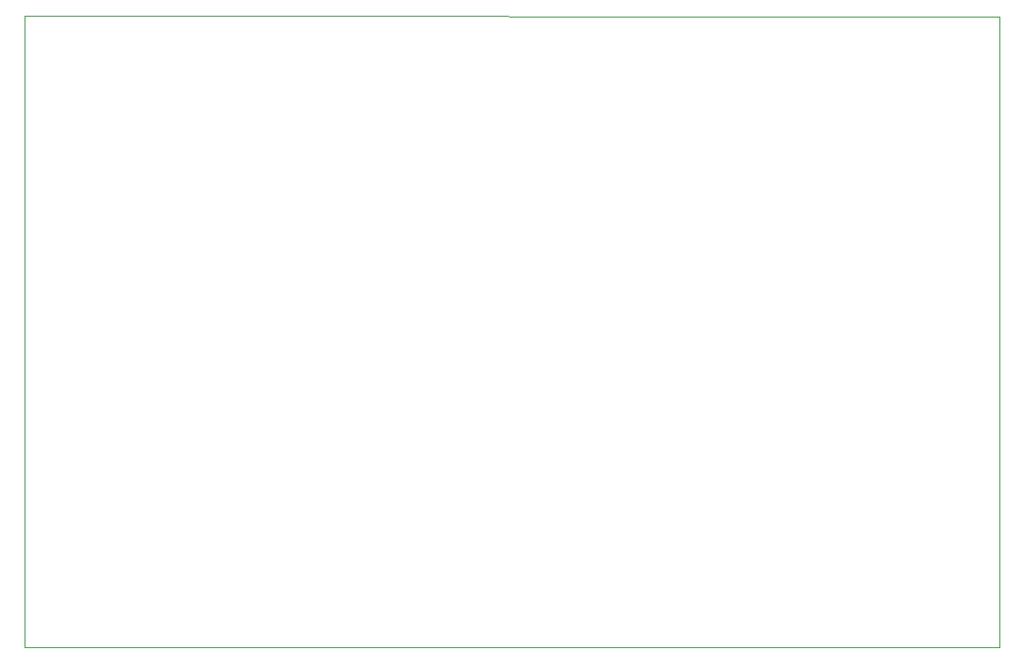
<source format=gbr>
G04 ===== Begin FILE IDENTIFICATION =====*
G04 File Format:  Gerber RS274X*
G04 ===== End FILE IDENTIFICATION =====*
%FSLAX33Y33*%
%MOMM*%
%SFA1.0000B1.0000*%
%OFA0.0B0.0*%
%ADD14C,0.025000*%
%LNbound*%
%IPPOS*%
%LPD*%
G75*
D14*
G01X109300Y30000D02*
G01Y-30900D01*
G01X15200D01*
G01Y30084D01*
G01X109300Y30000D01*
M02*


</source>
